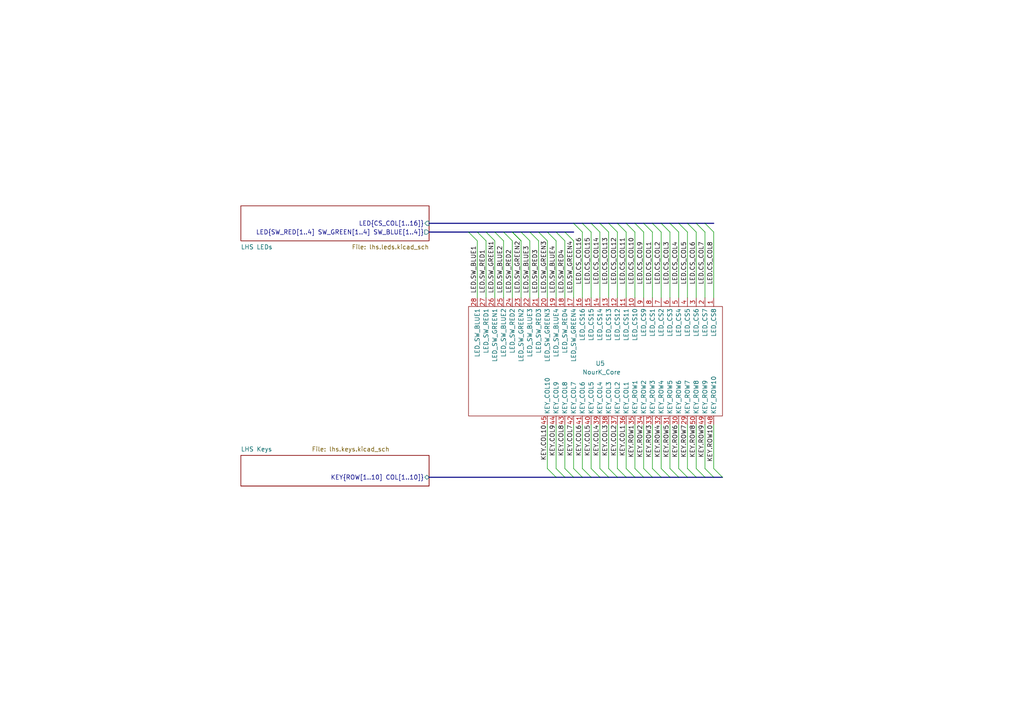
<source format=kicad_sch>
(kicad_sch (version 20211123) (generator eeschema)
  (paper "A4")
  (lib_symbols
    (symbol "Nour_KB:NourK_Core" (in_bom no)
      (property "Reference" "U" (at 0 -1.905 0))
      (property "Value" "NourK_Core" (at 0 -3.81 0))
      (symbol "NourK_Core_0_1"
        (rectangle (start -35.56 11.43) (end 38.1 -20.32) (stroke (width 0.1524)))
      )
      (symbol "NourK_Core_1_1"
        (pin passive line (at -33.02 -22.86 90) (length 2.54) (name "LED_CS8") (number "1"))
        (pin passive line (at -10.16 -22.86 90) (length 2.54) (name "LED_CS10") (number "10"))
        (pin passive line (at -7.62 -22.86 90) (length 2.54) (name "LED_CS11") (number "11"))
        (pin passive line (at -5.08 -22.86 90) (length 2.54) (name "LED_CS12") (number "12"))
        (pin passive line (at -2.54 -22.86 90) (length 2.54) (name "LED_CS13") (number "13"))
        (pin passive line (at 0 -22.86 90) (length 2.54) (name "LED_CS14") (number "14"))
        (pin passive line (at 2.54 -22.86 90) (length 2.54) (name "LED_CS15") (number "15"))
        (pin passive line (at 5.08 -22.86 90) (length 2.54) (name "LED_CS16") (number "16"))
        (pin passive line (at 7.62 -22.86 90) (length 2.54) (name "LED_SW_GREEN4") (number "17"))
        (pin passive line (at 10.16 -22.86 90) (length 2.54) (name "LED_SW_RED4") (number "18"))
        (pin passive line (at 12.7 -22.86 90) (length 2.54) (name "LED_SW_BLUE4") (number "19"))
        (pin passive line (at -30.48 -22.86 90) (length 2.54) (name "LED_CS7") (number "2"))
        (pin passive line (at 15.24 -22.86 90) (length 2.54) (name "LED_SW_GREEN3") (number "20"))
        (pin passive line (at 17.78 -22.86 90) (length 2.54) (name "LED_SW_RED3") (number "21"))
        (pin passive line (at 20.32 -22.86 90) (length 2.54) (name "LED_SW_BLUE3") (number "22"))
        (pin passive line (at 22.86 -22.86 90) (length 2.54) (name "LED_SW_GREEN2") (number "23"))
        (pin passive line (at 25.4 -22.86 90) (length 2.54) (name "LED_SW_RED2") (number "24"))
        (pin passive line (at 27.94 -22.86 90) (length 2.54) (name "LED_SW_BLUE2") (number "25"))
        (pin passive line (at 30.48 -22.86 90) (length 2.54) (name "LED_SW_GREEN1") (number "26"))
        (pin passive line (at 33.02 -22.86 90) (length 2.54) (name "LED_SW_RED1") (number "27"))
        (pin passive line (at 35.56 -22.86 90) (length 2.54) (name "LED_SW_BLUE1") (number "28"))
        (pin passive line (at -25.4 13.97 270) (length 2.54) (name "KEY_ROW7") (number "29"))
        (pin passive line (at -27.94 -22.86 90) (length 2.54) (name "LED_CS6") (number "3"))
        (pin passive line (at -22.86 13.97 270) (length 2.54) (name "KEY_ROW6") (number "30"))
        (pin passive line (at -20.32 13.97 270) (length 2.54) (name "KEY_ROW5") (number "31"))
        (pin passive line (at -17.78 13.97 270) (length 2.54) (name "KEY_ROW4") (number "32"))
        (pin passive line (at -15.24 13.97 270) (length 2.54) (name "KEY_ROW3") (number "33"))
        (pin passive line (at -12.7 13.97 270) (length 2.54) (name "KEY_ROW2") (number "34"))
        (pin passive line (at -10.16 13.97 270) (length 2.54) (name "KEY_ROW1") (number "35"))
        (pin passive line (at -7.62 13.97 270) (length 2.54) (name "KEY_COL1") (number "36"))
        (pin passive line (at -5.08 13.97 270) (length 2.54) (name "KEY_COL2") (number "37"))
        (pin passive line (at -2.54 13.97 270) (length 2.54) (name "KEY_COL3") (number "38"))
        (pin passive line (at 0 13.97 270) (length 2.54) (name "KEY_COL4") (number "39"))
        (pin passive line (at -25.4 -22.86 90) (length 2.54) (name "LED_CS5") (number "4"))
        (pin passive line (at 2.54 13.97 270) (length 2.54) (name "KEY_COL5") (number "40"))
        (pin passive line (at 5.08 13.97 270) (length 2.54) (name "KEY_COL6") (number "41"))
        (pin passive line (at 7.62 13.97 270) (length 2.54) (name "KEY_COL7") (number "42"))
        (pin passive line (at 10.16 13.97 270) (length 2.54) (name "KEY_COL8") (number "43"))
        (pin passive line (at 12.7 13.97 270) (length 2.54) (name "KEY_COL9") (number "44"))
        (pin passive line (at 15.24 13.97 270) (length 2.54) (name "KEY_COL10") (number "45"))
        (pin passive line (at -33.02 13.97 270) (length 2.54) (name "KEY_ROW10") (number "48"))
        (pin passive line (at -30.48 13.97 270) (length 2.54) (name "KEY_ROW9") (number "49"))
        (pin passive line (at -22.86 -22.86 90) (length 2.54) (name "LED_CS4") (number "5"))
        (pin passive line (at -27.94 13.97 270) (length 2.54) (name "KEY_ROW8") (number "50"))
        (pin passive line (at -20.32 -22.86 90) (length 2.54) (name "LED_CS3") (number "6"))
        (pin passive line (at -17.78 -22.86 90) (length 2.54) (name "LED_CS2") (number "7"))
        (pin passive line (at -15.24 -22.86 90) (length 2.54) (name "LED_CS1") (number "8"))
        (pin passive line (at -12.7 -22.86 90) (length 2.54) (name "LED_CS9") (number "9"))
      )
    )
  )
  (bus_entry (at 135.89 67.31) (size 2.54 2.54))
  (bus_entry (at 146.05 67.31) (size 2.54 2.54))
  (bus_entry (at 161.29 67.31) (size 2.54 2.54))
  (bus_entry (at 138.43 67.31) (size 2.54 2.54))
  (bus_entry (at 181.61 135.89) (size 2.54 2.54))
  (bus_entry (at 179.07 135.89) (size 2.54 2.54))
  (bus_entry (at 176.53 135.89) (size 2.54 2.54))
  (bus_entry (at 173.99 135.89) (size 2.54 2.54))
  (bus_entry (at 171.45 135.89) (size 2.54 2.54))
  (bus_entry (at 168.91 135.89) (size 2.54 2.54))
  (bus_entry (at 166.37 135.89) (size 2.54 2.54))
  (bus_entry (at 163.83 135.89) (size 2.54 2.54))
  (bus_entry (at 161.29 135.89) (size 2.54 2.54))
  (bus_entry (at 158.75 135.89) (size 2.54 2.54))
  (bus_entry (at 207.01 135.89) (size 2.54 2.54))
  (bus_entry (at 204.47 64.77) (size 2.54 2.54))
  (bus_entry (at 201.93 64.77) (size 2.54 2.54))
  (bus_entry (at 199.39 64.77) (size 2.54 2.54))
  (bus_entry (at 196.85 64.77) (size 2.54 2.54))
  (bus_entry (at 194.31 64.77) (size 2.54 2.54))
  (bus_entry (at 191.77 64.77) (size 2.54 2.54))
  (bus_entry (at 189.23 64.77) (size 2.54 2.54))
  (bus_entry (at 184.15 135.89) (size 2.54 2.54))
  (bus_entry (at 156.21 67.31) (size 2.54 2.54))
  (bus_entry (at 201.93 135.89) (size 2.54 2.54))
  (bus_entry (at 158.75 67.31) (size 2.54 2.54))
  (bus_entry (at 151.13 67.31) (size 2.54 2.54))
  (bus_entry (at 204.47 135.89) (size 2.54 2.54))
  (bus_entry (at 148.59 67.31) (size 2.54 2.54))
  (bus_entry (at 199.39 135.89) (size 2.54 2.54))
  (bus_entry (at 140.97 67.31) (size 2.54 2.54))
  (bus_entry (at 171.45 64.77) (size 2.54 2.54))
  (bus_entry (at 168.91 64.77) (size 2.54 2.54))
  (bus_entry (at 166.37 64.77) (size 2.54 2.54))
  (bus_entry (at 173.99 64.77) (size 2.54 2.54))
  (bus_entry (at 186.69 64.77) (size 2.54 2.54))
  (bus_entry (at 184.15 64.77) (size 2.54 2.54))
  (bus_entry (at 181.61 64.77) (size 2.54 2.54))
  (bus_entry (at 179.07 64.77) (size 2.54 2.54))
  (bus_entry (at 176.53 64.77) (size 2.54 2.54))
  (bus_entry (at 196.85 135.89) (size 2.54 2.54))
  (bus_entry (at 163.83 67.31) (size 2.54 2.54))
  (bus_entry (at 194.31 135.89) (size 2.54 2.54))
  (bus_entry (at 153.67 67.31) (size 2.54 2.54))
  (bus_entry (at 143.51 67.31) (size 2.54 2.54))
  (bus_entry (at 191.77 135.89) (size 2.54 2.54))
  (bus_entry (at 148.59 67.31) (size 2.54 2.54))
  (bus_entry (at 186.69 135.89) (size 2.54 2.54))
  (bus_entry (at 189.23 135.89) (size 2.54 2.54))
  (wire (pts (xy 171.45 67.31) (xy 171.45 86.36)))
  (wire (pts (xy 199.39 67.31) (xy 199.39 86.36)))
  (wire (pts (xy 189.23 123.19) (xy 189.23 135.89)))
  (wire (pts (xy 140.97 69.85) (xy 140.97 86.36)))
  (bus (pts (xy 181.61 138.43) (xy 184.15 138.43)))
  (wire (pts (xy 191.77 123.19) (xy 191.77 135.89)))
  (bus (pts (xy 176.53 64.77) (xy 179.07 64.77)))
  (wire (pts (xy 173.99 123.19) (xy 173.99 135.89)))
  (bus (pts (xy 171.45 64.77) (xy 173.99 64.77)))
  (wire (pts (xy 179.07 123.19) (xy 179.07 135.89)))
  (bus (pts (xy 146.05 67.31) (xy 148.59 67.31)))
  (bus (pts (xy 186.69 64.77) (xy 189.23 64.77)))
  (bus (pts (xy 196.85 138.43) (xy 199.39 138.43)))
  (wire (pts (xy 176.53 67.31) (xy 176.53 86.36)))
  (wire (pts (xy 148.59 69.85) (xy 148.59 86.36)))
  (wire (pts (xy 168.91 67.31) (xy 168.91 86.36)))
  (bus (pts (xy 201.93 64.77) (xy 204.47 64.77)))
  (bus (pts (xy 135.89 67.31) (xy 138.43 67.31)))
  (wire (pts (xy 173.99 67.31) (xy 173.99 86.36)))
  (wire (pts (xy 163.83 123.19) (xy 163.83 135.89)))
  (wire (pts (xy 153.67 69.85) (xy 153.67 86.36)))
  (bus (pts (xy 184.15 138.43) (xy 186.69 138.43)))
  (bus (pts (xy 186.69 138.43) (xy 189.23 138.43)))
  (wire (pts (xy 138.43 69.85) (xy 138.43 86.36)))
  (bus (pts (xy 204.47 64.77) (xy 207.01 64.77)))
  (bus (pts (xy 156.21 67.31) (xy 158.75 67.31)))
  (bus (pts (xy 191.77 138.43) (xy 194.31 138.43)))
  (bus (pts (xy 184.15 64.77) (xy 186.69 64.77)))
  (wire (pts (xy 161.29 123.19) (xy 161.29 135.89)))
  (wire (pts (xy 171.45 123.19) (xy 171.45 135.89)))
  (bus (pts (xy 168.91 138.43) (xy 171.45 138.43)))
  (bus (pts (xy 189.23 64.77) (xy 191.77 64.77)))
  (wire (pts (xy 204.47 67.31) (xy 204.47 86.36)))
  (wire (pts (xy 156.21 69.85) (xy 156.21 86.36)))
  (wire (pts (xy 184.15 123.19) (xy 184.15 135.89)))
  (wire (pts (xy 166.37 123.19) (xy 166.37 135.89)))
  (bus (pts (xy 191.77 64.77) (xy 194.31 64.77)))
  (bus (pts (xy 201.93 138.43) (xy 204.47 138.43)))
  (bus (pts (xy 138.43 67.31) (xy 140.97 67.31)))
  (wire (pts (xy 199.39 123.19) (xy 199.39 135.89)))
  (wire (pts (xy 166.37 69.85) (xy 166.37 86.36)))
  (bus (pts (xy 199.39 138.43) (xy 201.93 138.43)))
  (bus (pts (xy 207.01 138.43) (xy 209.55 138.43)))
  (wire (pts (xy 176.53 123.19) (xy 176.53 135.89)))
  (wire (pts (xy 207.01 123.19) (xy 207.01 135.89)))
  (bus (pts (xy 140.97 67.31) (xy 143.51 67.31)))
  (bus (pts (xy 124.46 67.31) (xy 135.89 67.31)))
  (bus (pts (xy 143.51 67.31) (xy 146.05 67.31)))
  (bus (pts (xy 163.83 67.31) (xy 166.37 67.31)))
  (wire (pts (xy 161.29 69.85) (xy 161.29 86.36)))
  (bus (pts (xy 151.13 67.31) (xy 153.67 67.31)))
  (wire (pts (xy 186.69 67.31) (xy 186.69 86.36)))
  (bus (pts (xy 168.91 64.77) (xy 171.45 64.77)))
  (bus (pts (xy 166.37 64.77) (xy 168.91 64.77)))
  (bus (pts (xy 196.85 64.77) (xy 199.39 64.77)))
  (wire (pts (xy 201.93 67.31) (xy 201.93 86.36)))
  (wire (pts (xy 191.77 67.31) (xy 191.77 86.36)))
  (bus (pts (xy 194.31 64.77) (xy 196.85 64.77)))
  (bus (pts (xy 173.99 64.77) (xy 176.53 64.77)))
  (wire (pts (xy 189.23 67.31) (xy 189.23 86.36)))
  (wire (pts (xy 207.01 67.31) (xy 207.01 86.36)))
  (wire (pts (xy 168.91 123.19) (xy 168.91 135.89)))
  (wire (pts (xy 151.13 69.85) (xy 151.13 86.36)))
  (wire (pts (xy 194.31 67.31) (xy 194.31 86.36)))
  (bus (pts (xy 189.23 138.43) (xy 191.77 138.43)))
  (bus (pts (xy 158.75 67.31) (xy 161.29 67.31)))
  (bus (pts (xy 176.53 138.43) (xy 179.07 138.43)))
  (bus (pts (xy 124.46 64.77) (xy 166.37 64.77)))
  (bus (pts (xy 161.29 67.31) (xy 163.83 67.31)))
  (bus (pts (xy 199.39 64.77) (xy 201.93 64.77)))
  (bus (pts (xy 171.45 138.43) (xy 173.99 138.43)))
  (wire (pts (xy 184.15 67.31) (xy 184.15 86.36)))
  (bus (pts (xy 173.99 138.43) (xy 176.53 138.43)))
  (bus (pts (xy 153.67 67.31) (xy 156.21 67.31)))
  (bus (pts (xy 179.07 64.77) (xy 181.61 64.77)))
  (wire (pts (xy 146.05 69.85) (xy 146.05 86.36)))
  (wire (pts (xy 186.69 123.19) (xy 186.69 135.89)))
  (wire (pts (xy 143.51 69.85) (xy 143.51 86.36)))
  (wire (pts (xy 158.75 69.85) (xy 158.75 86.36)))
  (wire (pts (xy 158.75 123.19) (xy 158.75 135.89)))
  (wire (pts (xy 179.07 67.31) (xy 179.07 86.36)))
  (bus (pts (xy 179.07 138.43) (xy 181.61 138.43)))
  (wire (pts (xy 196.85 123.19) (xy 196.85 135.89)))
  (wire (pts (xy 201.93 123.19) (xy 201.93 135.89)))
  (bus (pts (xy 161.29 138.43) (xy 163.83 138.43)))
  (bus (pts (xy 124.46 138.43) (xy 161.29 138.43)))
  (wire (pts (xy 194.31 123.19) (xy 194.31 135.89)))
  (bus (pts (xy 204.47 138.43) (xy 207.01 138.43)))
  (bus (pts (xy 194.31 138.43) (xy 196.85 138.43)))
  (wire (pts (xy 196.85 67.31) (xy 196.85 86.36)))
  (wire (pts (xy 181.61 123.19) (xy 181.61 135.89)))
  (wire (pts (xy 163.83 69.85) (xy 163.83 86.36)))
  (wire (pts (xy 181.61 67.31) (xy 181.61 86.36)))
  (bus (pts (xy 166.37 138.43) (xy 168.91 138.43)))
  (bus (pts (xy 163.83 138.43) (xy 166.37 138.43)))
  (bus (pts (xy 148.59 67.31) (xy 151.13 67.31)))
  (wire (pts (xy 204.47 123.19) (xy 204.47 135.89)))
  (bus (pts (xy 181.61 64.77) (xy 184.15 64.77)))
  (label "KEY.COL1" (at 181.61 123.19 270))
  (label "LED.CS_COL14" (at 173.99 82.55 90))
  (label "LED.CS_COL15" (at 171.45 82.55 90))
  (label "LED.CS_COL11" (at 181.61 82.55 90))
  (label "KEY.COL7" (at 166.37 123.19 270))
  (label "KEY.ROW10" (at 207.01 123.19 270))
  (label "KEY.ROW6" (at 196.85 123.19 270))
  (label "KEY.COL4" (at 173.99 123.19 270))
  (label "LED.SW_RED2" (at 148.59 85.09 90))
  (label "LED.SW_GREEN2" (at 151.13 85.09 90))
  (label "LED.SW_RED3" (at 156.21 85.09 90))
  (label "LED.CS_COL8" (at 207.01 82.55 90))
  (label "LED.SW_BLUE4" (at 161.29 85.09 90))
  (label "LED.CS_COL9" (at 186.69 82.55 90))
  (label "LED.CS_COL10" (at 184.15 82.55 90))
  (label "LED.SW_BLUE2" (at 146.05 85.09 90))
  (label "KEY.ROW2" (at 186.69 123.19 270))
  (label "LED.SW_RED4" (at 163.83 85.09 90))
  (label "KEY.COL5" (at 171.45 123.19 270))
  (label "LED.CS_COL16" (at 168.91 82.55 90))
  (label "LED.CS_COL7" (at 204.47 82.55 90))
  (label "KEY.COL2" (at 179.07 123.19 270))
  (label "LED.SW_RED1" (at 140.97 85.09 90))
  (label "KEY.ROW7" (at 199.39 123.19 270))
  (label "KEY.COL10" (at 158.75 123.19 270))
  (label "LED.SW_GREEN4" (at 166.37 85.09 90))
  (label "LED.CS_COL5" (at 199.39 82.55 90))
  (label "LED.CS_COL3" (at 194.31 82.55 90))
  (label "LED.SW_BLUE1" (at 138.43 85.09 90))
  (label "KEY.ROW3" (at 189.23 123.19 270))
  (label "LED.CS_COL4" (at 196.85 82.55 90))
  (label "KEY.COL9" (at 161.29 123.19 270))
  (label "LED.CS_COL6" (at 201.93 82.55 90))
  (label "LED.CS_COL1" (at 189.23 82.55 90))
  (label "KEY.ROW8" (at 201.93 123.19 270))
  (label "KEY.COL8" (at 163.83 123.19 270))
  (label "KEY.ROW9" (at 204.47 123.19 270))
  (label "LED.CS_COL13" (at 176.53 82.55 90))
  (label "KEY.ROW1" (at 184.15 123.19 270))
  (label "LED.SW_GREEN1" (at 143.51 85.09 90))
  (label "LED.CS_COL12" (at 179.07 82.55 90))
  (label "LED.CS_COL2" (at 191.77 82.55 90))
  (label "KEY.COL6" (at 168.91 123.19 270))
  (label "KEY.COL3" (at 176.53 123.19 270))
  (label "LED.SW_BLUE3" (at 153.67 85.09 90))
  (label "KEY.ROW5" (at 194.31 123.19 270))
  (label "KEY.ROW4" (at 191.77 123.19 270))
  (label "LED.SW_GREEN3" (at 158.75 85.09 90))
  (symbol (lib_id "Nour_KB:NourK_Core") (at 173.99 109.22 180) (unit 1) (in_bom no)
    (property "Reference" "U5" (at 172.72 105.41 0) (effects (justify right)))
    (property "Value" "NourK_Core" (at 168.91 107.95 0) (effects (justify right)))
    (property "Footprint" "Nour_KB:NourKB_Core" (effects hide))
  )
  (sheet (at 69.85 59.69) (size 54.61 10.16) (stroke (width 0.1524))
    (property "Sheet name" "LHS LEDs" (at 69.85 72.39 0) (effects (justify left bottom)))
    (property "Sheet file" "lhs.leds.kicad_sch" (at 124.46 72.39 0) (effects (justify right bottom)))
    (pin "LED{SW_RED[1..4] SW_GREEN[1..4] SW_BLUE[1..4]}" output (at 124.46 67.31 0))
    (pin "LED{CS_COL[1..16]}" input (at 124.46 64.77 0))
  )
  (sheet (at 69.85 132.08) (size 54.61 8.89) (stroke (width 0.1524))
    (property "Sheet name" "LHS Keys" (at 69.85 129.54 0) (effects (justify left top)))
    (property "Sheet file" "lhs.keys.kicad_sch" (at 113.03 129.54 0) (effects (justify right top)))
    (pin "KEY{ROW[1..10] COL[1..10]}" bidirectional (at 124.46 138.43 0))
  )
)
</source>
